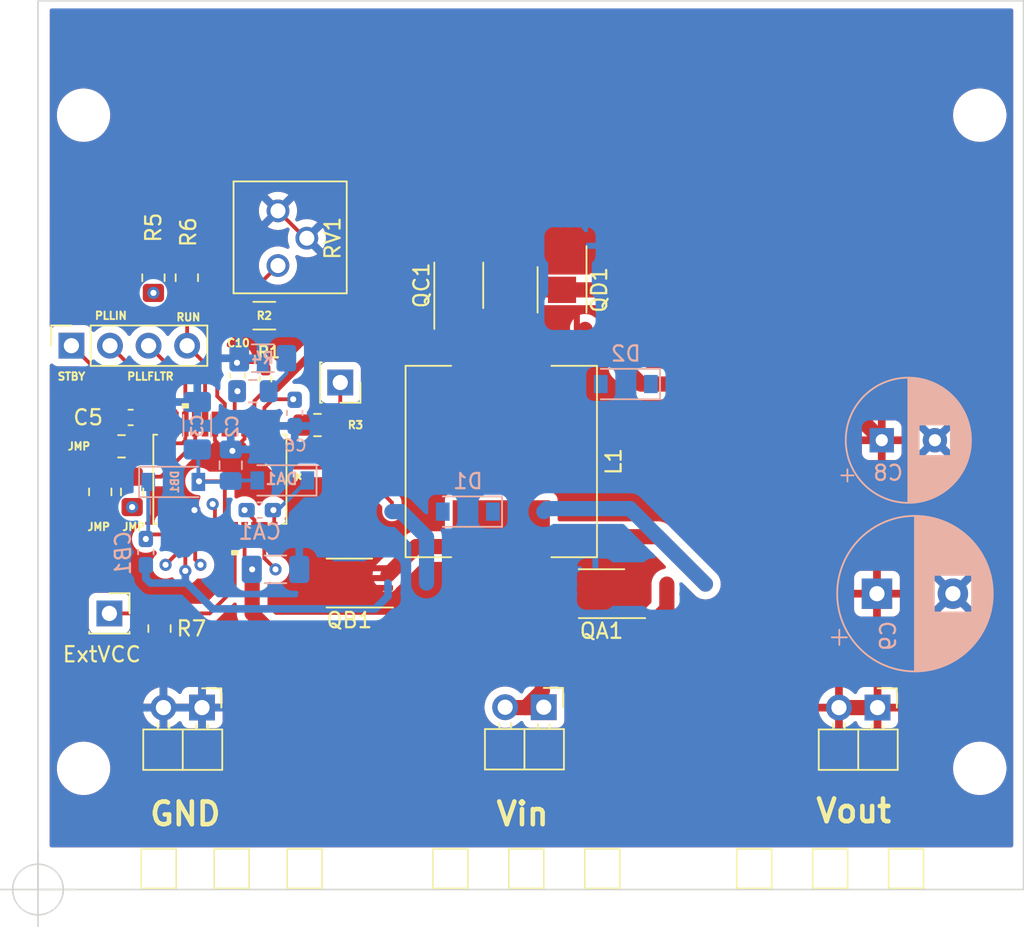
<source format=kicad_pcb>
(kicad_pcb (version 20211014) (generator pcbnew)
  (layers (0 "F.Cu" signal) (1 "In1.Cu" mixed) (2 "In2.Cu" mixed) (31 "B.Cu" signal) (34 "B.Paste" user) (35 "F.Paste" user) (36 "B.SilkS" user "B.Silkscreen") (37 "F.SilkS" user "F.Silkscreen") (38 "B.Mask" user) (39 "F.Mask" user) (44 "Edge.Cuts" user))
  (net 0 "")
  (net 1 "Vsense")
  (net 2 "Vout")
  (net 3 "FCB")
  (net 4 "Net-(C4-Pad2)")
  (net 5 "SENSE+")
  (net 6 "Vin")
  (net 7 "TG2")
  (net 8 "SW2")
  (net 9 "SW1")
  (net 10 "BG1")
  (net 11 "BG2")
  (net 12 "TG1")
  (net 13 "EPAD")
  (net 14 "SS")
  (net 15 "Ith")
  (net 16 "RUN")
  (net 17 "PGOOD")
  (net 18 "Net-(R3-Pad2)")
  (net 19 "EXTVCC")
  (net 20 "Boost2")
  (net 21 "INTVCC")
  (net 22 "PLLFLTR")
  (net 23 "Boost1")
  (net 24 "PLLIN")
  (net 25 "STBYMD")
  (footprint "Custom:PinHeader_1x02_P2.54mm_Horizontal" (layer "F.Cu") (at 115 113.5 -90)
    (fp_text reference "J3" hide)
    (fp_text value "GND")
    (pad "1" thru_hole rect (at 0 0 270) (size 1.7 1.7) (drill 1) (layers *.Cu *.Mask) (net 13 "EPAD"))
    (pad "2" thru_hole oval (at 0 2.54 270) (size 1.7 1.7) (drill 1) (layers *.Cu *.Mask) (net 13 "EPAD"))
  )
  (footprint "Resistor_SMD:R_0805_2012Metric_Pad1.20x1.40mm_HandSolder" (layer "F.Cu") (at 122.6 94.9 180)
    (fp_text reference "R3" (at -2.5 0) (layer "F.SilkS") (effects (font (size 0.5 0.5))))
    (fp_text value "Rpull" hide)
    (pad "1" smd roundrect (at -1 0 180) (size 1.2 1.4) (layers "F.Cu" "F.Paste" "F.Mask") (roundrect_rratio 0.208333) (net 17 "PGOOD"))
    (pad "2" smd roundrect (at 1 0 180) (size 1.2 1.4) (layers "F.Cu" "F.Paste" "F.Mask") (roundrect_rratio 0.208333) (net 18 "Net-(R3-Pad2)"))
  )
  (footprint "Resistor_SMD:R_0805_2012Metric_Pad1.20x1.40mm_HandSolder" (layer "F.Cu") (at 109.7 96.3)
    (fp_text reference "R8" hide)
    (fp_text value "JMP" hide)
    (fp_text user "JMP" (at -2.8 0 unlocked) (layer "F.SilkS") (effects (font (size 0.5 0.5))))
    (pad "1" smd roundrect (at -1 0) (size 1.2 1.4) (layers "F.Cu" "F.Paste" "F.Mask") (roundrect_rratio 0.208333) (net 13 "EPAD"))
    (pad "2" smd roundrect (at 1 0) (size 1.2 1.4) (layers "F.Cu" "F.Paste" "F.Mask") (roundrect_rratio 0.208333) (net 22 "PLLFLTR"))
  )
  (footprint "Custom:PinHeader_1x02_P2.54mm_Horizontal" (layer "F.Cu") (at 159.47 113.5 -90)
    (fp_text reference "J2" hide)
    (fp_text value "PwrOut")
    (pad "1" thru_hole rect (at 0 0 270) (size 1.7 1.7) (drill 1) (layers *.Cu *.Mask) (net 2 "Vout"))
    (pad "2" thru_hole oval (at 0 2.54 270) (size 1.7 1.7) (drill 1) (layers *.Cu *.Mask) (net 2 "Vout"))
  )
  (footprint "Capacitor_SMD:C_0603_1608Metric_Pad1.08x0.95mm_HandSolder" (layer "F.Cu") (at 117.33384 91.62055 90)
    (fp_text reference "C10" (at 2.12055 0.06616 180) (layer "F.SilkS") (effects (font (size 0.5 0.5) (thickness 0.125))))
    (fp_text value "47pF")
    (pad "1" smd roundrect (at -0.8625 0 90) (size 1.075 0.95) (layers "F.Cu" "F.Paste" "F.Mask") (net 15 "Ith"))
    (pad "2" smd roundrect (at 0.8625 0 90) (size 1.075 0.95) (layers "F.Cu" "F.Paste" "F.Mask") (net 13 "EPAD"))
  )
  (footprint "MountingHole:MountingHole_2.5mm" (layer "F.Cu") (at 166.2 74.5)
    (fp_text reference "H1" hide)
    (fp_text value "MountingHole" hide)
    (pad "" np_thru_hole circle (at 0 0) (size 2.5 2.5) (drill 2.5) (layers *.Cu *.Mask))
  )
  (footprint "Resistor_SMD:R_1206_3216Metric_Pad1.30x1.75mm_HandSolder" (layer "F.Cu") (at 119.1 87.7 180)
    (fp_text reference "R2" (at 0 0) (layer "F.SilkS") (effects (font (size 0.5 0.5) (thickness 0.125))))
    (fp_text value "105k" hide)
    (pad "1" smd roundrect (at -1.55 0 180) (size 1.3 1.75) (layers "F.Cu" "F.Paste" "F.Mask") (roundrect_rratio 0.192308) (net 2 "Vout"))
    (pad "2" smd roundrect (at 1.55 0 180) (size 1.3 1.75) (layers "F.Cu" "F.Paste" "F.Mask") (roundrect_rratio 0.192308) (net 1 "Vsense"))
  )
  (footprint "Package_SO:MSOP-8-1EP_3x3mm_P0.65mm_EP1.73x1.85mm" (layer "F.Cu") (at 138.7 86 -90)
    (fp_text reference "QD1" (at 0 -2.45 90) (layer "F.SilkS"))
    (fp_text value "RX3G07CGNC16")
    (pad "1" smd roundrect (at -2.1625 -0.975 270) (size 1.425 0.4) (layers "F.Cu" "F.Paste" "F.Mask") (net 12 "TG1"))
    (pad "2" smd roundrect (at -2.1625 -0.325 270) (size 1.425 0.4) (layers "F.Cu" "F.Paste" "F.Mask") (net 2 "Vout"))
    (pad "3" smd roundrect (at -2.1625 0.325 270) (size 1.425 0.4) (layers "F.Cu" "F.Paste" "F.Mask") (net 9 "SW1"))
    (pad "4" smd roundrect (at -2.1625 0.975 270) (size 1.425 0.4) (layers "F.Cu" "F.Paste" "F.Mask") (net 13 "EPAD"))
    (pad "5" smd roundrect (at 2.1625 0.975 270) (size 1.425 0.4) (layers "F.Cu" "F.Paste" "F.Mask"))
    (pad "6" smd roundrect (at 2.1625 0.325 270) (size 1.425 0.4) (layers "F.Cu" "F.Paste" "F.Mask"))
    (pad "7" smd roundrect (at 2.1625 -0.325 270) (size 1.425 0.4) (layers "F.Cu" "F.Paste" "F.Mask"))
    (pad "8" smd roundrect (at 2.1625 -0.975 270) (size 1.425 0.4) (layers "F.Cu" "F.Paste" "F.Mask"))
    (pad "9" smd rect (at 0 0 270) (size 1.73 1.85) (layers "F.Cu" "F.Mask"))
  )
  (footprint "Capacitor_SMD:C_0603_1608Metric_Pad1.08x0.95mm_HandSolder" (layer "F.Cu") (at 110.3 94.4 180)
    (fp_text reference "C5" (at 2.8 0) (layer "F.SilkS"))
    (fp_text value ".1uF" hide)
    (pad "1" smd roundrect (at -0.8625 0 180) (size 1.075 0.95) (layers "F.Cu" "F.Paste" "F.Mask") (net 25 "STBYMD"))
    (pad "2" smd roundrect (at 0.8625 0 180) (size 1.075 0.95) (layers "F.Cu" "F.Paste" "F.Mask") (net 13 "EPAD"))
  )
  (footprint "Imported:LTC3780IG-PBF" (layer "F.Cu") (at 116.17584 98.4678 -90)
    (fp_text reference "U1" hide)
    (fp_text value "LTC3780IG-PBF" hide)
    (fp_text user "*" (at -0.1678 -5.42416 90) (layer "F.SilkS"))
    (pad "1" smd rect (at -3.6322 -3.57632 270) (size 1.639799 0.431) (layers "F.Cu" "F.Paste" "F.Mask") (net 18 "Net-(R3-Pad2)"))
    (pad "2" smd rect (at -3.6322 -2.92608 270) (size 1.639799 0.431) (layers "F.Cu" "F.Paste" "F.Mask") (net 14 "SS"))
    (pad "3" smd rect (at -3.6322 -2.27584 270) (size 1.639799 0.431) (layers "F.Cu" "F.Paste" "F.Mask") (net 5 "SENSE+"))
    (pad "4" smd rect (at -3.6322 -1.6256 270) (size 1.639799 0.431) (layers "F.Cu" "F.Paste" "F.Mask") (net 13 "EPAD"))
    (pad "5" smd rect (at -3.6322 -0.97536 270) (size 1.639799 0.431) (layers "F.Cu" "F.Paste" "F.Mask") (net 15 "Ith"))
    (pad "6" smd rect (at -3.6322 -0.32512 270) (size 1.639799 0.431) (layers "F.Cu" "F.Paste" "F.Mask") (net 1 "Vsense"))
    (pad "7" smd rect (at -3.6322 0.32512 270) (size 1.639799 0.431) (layers "F.Cu" "F.Paste" "F.Mask") (net 13 "EPAD"))
    (pad "8" smd rect (at -3.6322 0.97536 270) (size 1.639799 0.431) (layers "F.Cu" "F.Paste" "F.Mask") (net 16 "RUN"))
    (pad "9" smd rect (at -3.6322 1.6256 270) (size 1.639799 0.431) (layers "F.Cu" "F.Paste" "F.Mask") (net 3 "FCB"))
    (pad "10" smd rect (at -3.6322 2.27584 270) (size 1.639799 0.431) (layers "F.Cu" "F.Paste" "F.Mask") (net 22 "PLLFLTR"))
    (pad "11" smd rect (at -3.6322 2.92608 270) (size 1.639799 0.431) (layers "F.Cu" "F.Paste" "F.Mask") (net 24 "PLLIN"))
    (pad "12" smd rect (at -3.6322 3.57632 270) (size 1.639799 0.431) (layers "F.Cu" "F.Paste" "F.Mask") (net 25 "STBYMD"))
    (pad "13" smd rect (at 3.6322 3.57632 270) (size 1.639799 0.431) (layers "F.Cu" "F.Paste" "F.Mask") (net 20 "Boost2"))
    (pad "14" smd rect (at 3.6322 2.92608 270) (size 1.639799 0.431) (layers "F.Cu" "F.Paste" "F.Mask") (net 7 "TG2"))
    (pad "15" smd rect (at 3.6322 2.27584 270) (size 1.639799 0.431) (layers "F.Cu" "F.Paste" "F.Mask") (net 8 "SW2"))
    (pad "16" smd rect (at 3.6322 1.6256 270) (size 1.639799 0.431) (layers "F.Cu" "F.Paste" "F.Mask") (net 11 "BG2"))
    (pad "17" smd rect (at 3.6322 0.97536 270) (size 1.639799 0.431) (layers "F.Cu" "F.Paste" "F.Mask") (net 13 "EPAD"))
    (pad "18" smd rect (at 3.6322 0.32512 270) (size 1.639799 0.431) (layers "F.Cu" "F.Paste" "F.Mask") (net 10 "BG1"))
    (pad "19" smd rect (at 3.6322 -0.32512 270) (size 1.639799 0.431) (layers "F.Cu" "F.Paste" "F.Mask") (net 21 "INTVCC"))
    (pad "20" smd rect (at 3.6322 -0.97536 270) (size 1.639799 0.431) (layers "F.Cu" "F.Paste" "F.Mask") (net 19 "EXTVCC"))
    (pad "21" smd rect (at 3.6322 -1.6256 270) (size 1.639799 0.431) (layers "F.Cu" "F.Paste" "F.Mask") (net 6 "Vin"))
    (pad "22" smd rect (at 3.6322 -2.27584 270) (size 1.639799 0.431) (layers "F.Cu" "F.Paste" "F.Mask") (net 9 "SW1"))
    (pad "23" smd rect (at 3.6322 -2.92608 270) (size 1.639799 0.431) (layers "F.Cu" "F.Paste" "F.Mask") (net 12 "TG1"))
    (pad "24" smd rect (at 3.6322 -3.57632 270) (size 1.639799 0.431) (layers "F.Cu" "F.Paste" "F.Mask") (net 23 "Boost1"))
  )
  (footprint "Resistor_SMD:R_0805_2012Metric_Pad1.20x1.40mm_HandSolder" (layer "F.Cu") (at 111.8 85.2 90)
    (fp_text reference "R5" (at 3.3 0 90) (layer "F.SilkS"))
    (fp_text value "??" hide)
    (pad "1" smd roundrect (at -1 0 90) (size 1.2 1.4) (layers "F.Cu" "F.Paste" "F.Mask") (roundrect_rratio 0.208333) (net 6 "Vin"))
    (pad "2" smd roundrect (at 1 0 90) (size 1.2 1.4) (layers "F.Cu" "F.Paste" "F.Mask") (roundrect_rratio 0.208333) (net 16 "RUN"))
  )
  (footprint "Connector_PinSocket_2.54mm:PinSocket_1x04_P2.54mm_Vertical" (layer "F.Cu") (at 106.4 89.675 90)
    (fp_text reference "J6" hide)
    (fp_text value "CtrlPins")
    (pad "1" thru_hole rect (at 0 0 90) (size 1.7 1.7) (drill 1) (layers *.Cu *.Mask) (net 25 "STBYMD"))
    (pad "2" thru_hole oval (at 0 2.54 90) (size 1.7 1.7) (drill 1) (layers *.Cu *.Mask) (net 24 "PLLIN"))
    (pad "3" thru_hole oval (at 0 5.08 90) (size 1.7 1.7) (drill 1) (layers *.Cu *.Mask) (net 22 "PLLFLTR"))
    (pad "4" thru_hole oval (at 0 7.62 90) (size 1.7 1.7) (drill 1) (layers *.Cu *.Mask) (net 16 "RUN"))
  )
  (footprint "MountingHole:MountingHole_2.5mm" (layer "F.Cu") (at 107.2 117.5)
    (fp_text reference "H4" hide)
    (fp_text value "MountingHole" hide)
    (pad "" np_thru_hole circle (at 0 0) (size 2.5 2.5) (drill 2.5) (layers *.Cu *.Mask))
  )
  (footprint "Potentiometer_Imported:CT-6EW" (layer "F.Cu") (at 120.6 82.6 -90)
    (fp_text reference "RV1" (at 0 -3 90) (layer "F.SilkS"))
    (fp_text value "~7.5K" hide)
    (pad "1" thru_hole circle (at 1.8 0.6 270) (size 1.4986 1.4986) (drill 0.9906) (layers *.Cu *.Mask) (net 1 "Vsense"))
    (pad "2" thru_hole circle (at 0 -1.3 270) (size 1.4986 1.4986) (drill 0.9906) (layers *.Cu *.Mask) (net 13 "EPAD"))
    (pad "3" thru_hole circle (at -1.8 0.6 270) (size 1.4986 1.4986) (drill 0.9906) (layers *.Cu *.Mask) (net 13 "EPAD"))
  )
  (footprint "MountingHole:MountingHole_2.5mm" (layer "F.Cu") (at 166.2 117.5)
    (fp_text reference "H3" hide)
    (fp_text value "MountingHole" hide)
    (pad "" np_thru_hole circle (at 0 0) (size 2.5 2.5) (drill 2.5) (layers *.Cu *.Mask))
  )
  (footprint "Inductor_Coilcraft:L_12x12mm_H8mm" (layer "F.Cu") (at 134.7 97.3 -90)
    (fp_text reference "L1" (at 0 -7.4 -90) (layer "F.SilkS"))
    (fp_text value "4.7uH")
    (pad "1" smd rect (at -4.35 -0.25 270) (size 4.9 6.4) (layers "F.Cu" "F.Paste" "F.Mask") (net 9 "SW1"))
    (pad "2" smd rect (at 4.95 0 270) (size 4.8 6.4) (layers "F.Cu" "F.Paste" "F.Mask") (net 8 "SW2"))
  )
  (footprint "Resistor_SMD:R_0805_2012Metric_Pad1.20x1.40mm_HandSolder" (layer "F.Cu") (at 114 85.2 90)
    (fp_text reference "R6" (at 3 0.1 90) (layer "F.SilkS"))
    (fp_text value "??" hide)
    (pad "1" smd roundrect (at -1 0 90) (size 1.2 1.4) (layers "F.Cu" "F.Paste" "F.Mask") (roundrect_rratio 0.208333) (net 16 "RUN"))
    (pad "2" smd roundrect (at 1 0 90) (size 1.2 1.4) (layers "F.Cu" "F.Paste" "F.Mask") (roundrect_rratio 0.208333) (net 13 "EPAD"))
  )
  (footprint "Connector_PinSocket_2.54mm:PinSocket_1x01_P2.54mm_Vertical" (layer "F.Cu") (at 108.9 107.3)
    (fp_text reference "ExtVCC" (at -0.5 2.7) (layer "F.SilkS"))
    (fp_text value "ExtVCC")
    (pad "1" thru_hole rect (at 0 0) (size 1.7 1.7) (drill 1) (layers *.Cu *.Mask) (net 19 "EXTVCC"))
  )
  (footprint "Resistor_SMD:R_0805_2012Metric_Pad1.20x1.40mm_HandSolder" (layer "F.Cu") (at 108.3 99.3 90)
    (fp_text reference "R9" hide)
    (fp_text value "JMP" (at -2.3 2.2) (layer "F.SilkS") (effects (font (size 0.5 0.5))))
    (pad "1" smd roundrect (at -1 0 90) (size 1.2 1.4) (layers "F.Cu" "F.Paste" "F.Mask") (roundrect_rratio 0.208333) (net 13 "EPAD"))
    (pad "2" smd roundrect (at 1 0 90) (size 1.2 1.4) (layers "F.Cu" "F.Paste" "F.Mask") (roundrect_rratio 0.208333) (net 3 "FCB"))
  )
  (footprint "Package_SO:MSOP-8-1EP_3x3mm_P0.65mm_EP1.73x1.85mm" (layer "F.Cu") (at 141.3 106 180)
    (fp_text reference "QA1" (at 0 -2.45) (layer "F.SilkS"))
    (fp_text value "RX3G07CGNC16")
    (pad "1" smd roundrect (at -2.1625 -0.975 180) (size 1.425 0.4) (layers "F.Cu" "F.Paste" "F.Mask") (net 7 "TG2"))
    (pad "2" smd roundrect (at -2.1625 -0.325 180) (size 1.425 0.4) (layers "F.Cu" "F.Paste" "F.Mask") (net 6 "Vin"))
    (pad "3" smd roundrect (at -2.1625 0.325 180) (size 1.425 0.4) (layers "F.Cu" "F.Paste" "F.Mask") (net 8 "SW2"))
    (pad "4" smd roundrect (at -2.1625 0.975 180) (size 1.425 0.4) (layers "F.Cu" "F.Paste" "F.Mask") (net 13 "EPAD"))
    (pad "5" smd roundrect (at 2.1625 0.975 180) (size 1.425 0.4) (layers "F.Cu" "F.Paste" "F.Mask"))
    (pad "6" smd roundrect (at 2.1625 0.325 180) (size 1.425 0.4) (layers "F.Cu" "F.Paste" "F.Mask"))
    (pad "7" smd roundrect (at 2.1625 -0.325 180) (size 1.425 0.4) (layers "F.Cu" "F.Paste" "F.Mask"))
    (pad "8" smd roundrect (at 2.1625 -0.975 180) (size 1.425 0.4) (layers "F.Cu" "F.Paste" "F.Mask"))
    (pad "9" smd rect (at 0 0 180) (size 1.73 1.85) (layers "F.Cu" "F.Mask"))
  )
  (footprint "Resistor_SMD:R_0805_2012Metric_Pad1.20x1.40mm_HandSolder" (layer "F.Cu") (at 112.2 108.3 90)
    (fp_text reference "R7" (at 0 2.1 180) (layer "F.SilkS"))
    (fp_text value "JMP")
    (pad "1" smd roundrect (at -1 0 90) (size 1.2 1.4) (layers "F.Cu" "F.Paste" "F.Mask") (roundrect_rratio 0.208333) (net 13 "EPAD"))
    (pad "2" smd roundrect (at 1 0 90) (size 1.2 1.4) (layers "F.Cu" "F.Paste" "F.Mask") (roundrect_rratio 0.208333) (net 19 "EXTVCC"))
  )
  (footprint "Custom:PinHeader_1x02_P2.54mm_Horizontal" (layer "F.Cu") (at 137.495 113.475 -90)
    (fp_text reference "J1" hide)
    (fp_text value "PwrIn")
    (pad "1" thru_hole rect (at 0 0 270) (size 1.7 1.7) (drill 1) (layers *.Cu *.Mask) (net 6 "Vin"))
    (pad "2" thru_hole oval (at 0 2.54 270) (size 1.7 1.7) (drill 1) (layers *.Cu *.Mask) (net 6 "Vin"))
  )
  (footprint "Connector_PinSocket_2.54mm:PinSocket_1x01_P2.54mm_Vertical" (layer "F.Cu") (at 124.1 92.1 -90)
    (fp_text reference "J4" hide)
    (fp_text value "PGood")
    (pad "1" thru_hole rect (at 0 0 270) (size 1.7 1.7) (drill 1) (layers *.Cu *.Mask) (net 17 "PGOOD"))
  )
  (footprint "Resistor_SMD:R_0402_1005Metric_Pad0.72x0.64mm_HandSolder" (layer "F.Cu") (at 119.18384 91.87055 90)
    (fp_text reference "R1" (at 1.77055 0.21616 180) (layer "F.SilkS") (effects (font (size 0.75 0.75))))
    (fp_text value "10mOhm" hide)
    (pad "1" smd roundrect (at -0.5975 0 90) (size 0.715 0.64) (layers "F.Cu" "F.Paste" "F.Mask") (net 5 "SENSE+"))
    (pad "2" smd roundrect (at 0.5975 0 90) (size 0.715 0.64) (layers "F.Cu" "F.Paste" "F.Mask") (net 13 "EPAD"))
  )
  (footprint "Package_SO:MSOP-8-1EP_3x3mm_P0.65mm_EP1.73x1.85mm" (layer "F.Cu") (at 131.9 85.7 90)
    (fp_text reference "QC1" (at 0 -2.45 90) (layer "F.SilkS"))
    (fp_text value "RX3G07CGNC16")
    (pad "1" smd roundrect (at -2.1625 -0.975 90) (size 1.425 0.4) (layers "F.Cu" "F.Paste" "F.Mask") (net 10 "BG1"))
    (pad "2" smd roundrect (at -2.1625 -0.325 90) (size 1.425 0.4) (layers "F.Cu" "F.Paste" "F.Mask") (net 9 "SW1"))
    (pad "3" smd roundrect (at -2.1625 0.325 90) (size 1.425 0.4) (layers "F.Cu" "F.Paste" "F.Mask") (net 5 "SENSE+"))
    (pad "4" smd roundrect (at -2.1625 0.975 90) (size 1.425 0.4) (layers "F.Cu" "F.Paste" "F.Mask") (net 13 "EPAD"))
    (pad "5" smd roundrect (at 2.1625 0.975 90) (size 1.425 0.4) (layers "F.Cu" "F.Paste" "F.Mask"))
    (pad "6" smd roundrect (at 2.1625 0.325 90) (size 1.425 0.4) (layers "F.Cu" "F.Paste" "F.Mask"))
    (pad "7" smd roundrect (at 2.1625 -0.325 90) (size 1.425 0.4) (layers "F.Cu" "F.Paste" "F.Mask"))
    (pad "8" smd roundrect (at 2.1625 -0.975 90) (size 1.425 0.4) (layers "F.Cu" "F.Paste" "F.Mask"))
    (pad "9" smd rect (at 0 0 90) (size 1.73 1.85) (layers "F.Cu" "F.Mask"))
  )
  (footprint "MountingHole:MountingHole_2.5mm" (layer "F.Cu") (at 107.2 74.5)
    (fp_text reference "H2" hide)
    (fp_text value "MountingHole" hide)
    (pad "" np_thru_hole circle (at 0 0) (size 2.5 2.5) (drill 2.5) (layers *.Cu *.Mask))
  )
  (footprint "Resistor_SMD:R_0805_2012Metric_Pad1.20x1.40mm_HandSolder" (layer "F.Cu") (at 110.4 99.3 90)
    (fp_text reference "R10" hide)
    (fp_text value "JMP" (at -2.3 -2.2) (layer "F.SilkS") (effects (font (size 0.5 0.5))))
    (pad "1" smd roundrect (at -1 0 90) (size 1.2 1.4) (layers "F.Cu" "F.Paste" "F.Mask") (roundrect_rratio 0.208333) (net 21 "INTVCC"))
    (pad "2" smd roundrect (at 1 0 90) (size 1.2 1.4) (layers "F.Cu" "F.Paste" "F.Mask") (roundrect_rratio 0.208333) (net 3 "FCB"))
  )
  (footprint "Package_SO:MSOP-8-1EP_3x3mm_P0.65mm_EP1.73x1.85mm" (layer "F.Cu") (at 124.7 105.3 180)
    (fp_text reference "QB1" (at 0 -2.45) (layer "F.SilkS"))
    (fp_text value "RX3G07CGNC16")
    (pad "1" smd roundrect (at -2.1625 -0.975 180) (size 1.425 0.4) (layers "F.Cu" "F.Paste" "F.Mask") (net 11 "BG2"))
    (pad "2" smd roundrect (at -2.1625 -0.325 180) (size 1.425 0.4) (layers "F.Cu" "F.Paste" "F.Mask") (net 8 "SW2"))
    (pad "3" smd roundrect (at -2.1625 0.325 180) (size 1.425 0.4) (layers "F.Cu" "F.Paste" "F.Mask") (net 5 "SENSE+"))
    (pad "4" smd roundrect (at -2.1625 0.975 180) (size 1.425 0.4) (layers "F.Cu" "F.Paste" "F.Mask") (net 13 "EPAD"))
    (pad "5" smd roundrect (at 2.1625 0.975 180) (size 1.425 0.4) (layers "F.Cu" "F.Paste" "F.Mask"))
    (pad "6" smd roundrect (at 2.1625 0.325 180) (size 1.425 0.4) (layers "F.Cu" "F.Paste" "F.Mask"))
    (pad "7" smd roundrect (at 2.1625 -0.325 180) (size 1.425 0.4) (layers "F.Cu" "F.Paste" "F.Mask"))
    (pad "8" smd roundrect (at 2.1625 -0.975 180) (size 1.425 0.4) (layers "F.Cu" "F.Paste" "F.Mask"))
    (pad "9" smd rect (at 0 0 180) (size 1.73 1.85) (layers "F.Cu" "F.Mask"))
  )
  (footprint "Capacitor_SMD:C_1206_3216Metric_Pad1.33x1.80mm_HandSolder" (layer "B.Cu") (at 114.68834 94.94505 90)
    (fp_text reference "C3" (at 0 0 90) (layer "B.SilkS") (effects (font (size 0.75 0.75)) (justify mirror)))
    (fp_text value "1uF" hide)
    (pad "1" smd roundrect (at -1.5625 0 90) (size 1.325 1.8) (layers "B.Cu" "B.Paste" "B.Mask") (roundrect_rratio 0.1886792453) (net 21 "INTVCC"))
    (pad "2" smd roundrect (at 1.5625 0 90) (size 1.325 1.8) (layers "B.Cu" "B.Paste" "B.Mask") (roundrect_rratio 0.1886792453) (net 13 "EPAD"))
  )
  (footprint "Diode_SMD:D_SOD-123" (layer "B.Cu") (at 120.28834 98.54505 180)
    (fp_text reference "DA1" (at 0.05 0.1) (layer "B.SilkS") (effects (font (size 0.75 0.75)) (justify mirror)))
    (fp_text value "MBR0540L" hide)
    (pad "1" smd rect (at -1.65 0 180) (size 0.9 1.2) (layers "B.Cu" "B.Paste" "B.Mask") (net 23 "Boost1"))
    (pad "2" smd rect (at 1.65 0 180) (size 0.9 1.2) (layers "B.Cu" "B.Paste" "B.Mask") (net 21 "INTVCC"))
  )
  (footprint "Capacitor_THT:CP_Radial_D8.0mm_P3.50mm" (layer "B.Cu") (at 159.747349 95.9)
    (fp_text reference "C8" (at 0.422651 2.15) (layer "B.SilkS") (effects (justify mirror)))
    (fp_text value "100uF" hide)
    (pad "1" thru_hole rect (at 0 0) (size 1.6 1.6) (drill 0.8) (layers *.Cu *.Mask) (net 2 "Vout"))
    (pad "2" thru_hole circle (at 3.5 0) (size 1.6 1.6) (drill 0.8) (layers *.Cu *.Mask) (net 13 "EPAD"))
  )
  (footprint "Diode_SMD:D_SOD-123" (layer "B.Cu") (at 132.5 100.6 180)
    (fp_text reference "D1" (at 0 2) (layer "B.SilkS") (effects (justify mirror)))
    (fp_text value "SS34-E3")
    (pad "1" smd rect (at -1.65 0 180) (size 0.9 1.2) (layers "B.Cu" "B.Paste" "B.Mask") (net 8 "SW2"))
    (pad "2" smd rect (at 1.65 0 180) (size 0.9 1.2) (layers "B.Cu" "B.Paste" "B.Mask") (net 5 "SENSE+"))
  )
  (footprint "Resistor_SMD:R_1206_3216Metric_Pad1.30x1.75mm_HandSolder" (layer "B.Cu") (at 119 90.5)
    (fp_text reference "R4" (at 0 -0.004849) (layer "B.SilkS") (effects (font (size 0.75 0.75)) (justify mirror)))
    (fp_text value "20k" hide)
    (pad "1" smd roundrect (at -1.55 0) (size 1.3 1.75) (layers "B.Cu" "B.Paste" "B.Mask") (roundrect_rratio 0.192308) (net 13 "EPAD"))
    (pad "2" smd roundrect (at 1.55 0) (size 1.3 1.75) (layers "B.Cu" "B.Paste" "B.Mask") (roundrect_rratio 0.192308) (net 4 "Net-(C4-Pad2)"))
  )
  (footprint "Capacitor_SMD:C_0603_1608Metric_Pad1.08x0.95mm_HandSolder" (layer "B.Cu") (at 118.8 100.5)
    (fp_text reference "CA1" (at 0 1.43) (layer "B.SilkS") (effects (justify mirror)))
    (fp_text value ".1uF" hide)
    (pad "1" smd roundrect (at -0.8625 0) (size 1.075 0.95) (layers "B.Cu" "B.Paste" "B.Mask") (net 9 "SW1"))
    (pad "2" smd roundrect (at 0.8625 0) (size 1.075 0.95) (layers "B.Cu" "B.Paste" "B.Mask") (net 23 "Boost1"))
  )
  (footprint "Capacitor_THT:CP_Radial_D10.0mm_P5.00mm" (layer "B.Cu") (at 159.432323 106)
    (fp_text reference "C9" (at 0.735677 2.77 90) (layer "B.SilkS") (effects (justify mirror)))
    (fp_text value "330uF" hide)
    (pad "1" thru_hole rect (at 0 0) (size 2 2) (drill 1) (layers *.Cu *.Mask) (net 2 "Vout"))
    (pad "2" thru_hole circle (at 5 0) (size 2 2) (drill 1) (layers *.Cu *.Mask) (net 13 "EPAD"))
  )
  (footprint "Capacitor_SMD:C_0805_2012Metric_Pad1.18x1.45mm_HandSolder" (layer "B.Cu") (at 118.34634 92.67055)
    (fp_text reference "C4" hide)
    (fp_text value "2200pF" hide)
    (pad "1" smd roundrect (at -1.0375 0) (size 1.175 1.45) (layers "B.Cu" "B.Paste" "B.Mask") (roundrect_rratio 0.2127659574) (net 15 "Ith"))
    (pad "2" smd roundrect (at 1.0375 0) (size 1.175 1.45) (layers "B.Cu" "B.Paste" "B.Mask") (roundrect_rratio 0.2127659574) (net 4 "Net-(C4-Pad2)"))
  )
  (footprint "Diode_SMD:D_SOD-123" (layer "B.Cu") (at 142.9 92.2 180)
    (fp_text reference "D2" (at 0 2) (layer "B.SilkS") (effects (justify mirror)))
    (fp_text value "SS32-E3")
    (pad "1" smd rect (at -1.65 0 180) (size 0.9 1.2) (layers "B.Cu" "B.Paste" "B.Mask") (net 2 "Vout"))
    (pad "2" smd rect (at 1.65 0 180) (size 0.9 1.2) (layers "B.Cu" "B.Paste" "B.Mask") (net 9 "SW1"))
  )
  (footprint "Capacitor_SMD:C_1206_3216Metric_Pad1.33x1.80mm_HandSolder" (layer "B.Cu") (at 119.8375 104.4)
    (fp_text reference "C1" hide)
    (fp_text value "22uF" hide)
    (pad "1" smd roundrect (at -1.5625 0) (size 1.325 1.8) (layers "B.Cu" "B.Paste" "B.Mask") (roundrect_rratio 0.1886792453) (net 6 "Vin"))
    (pad "2" smd roundrect (at 1.5625 0) (size 1.325 1.8) (layers "B.Cu" "B.Paste" "B.Mask") (roundrect_rratio 0.1886792453) (net 13 "EPAD"))
  )
  (footprint "Capacitor_SMD:C_0805_2012Metric_Pad1.18x1.45mm_HandSolder" (layer "B.Cu") (at 116.88834 97.54505 90)
    (fp_text reference "C2" (at 2.55 0.1 90) (layer "B.SilkS") (effects (font (size 0.75 0.75)) (justify mirror)))
    (fp_text value "4.7uF" hide)
    (pad "1" smd roundrect (at -1.0375 0 90) (size 1.175 1.45) (layers "B.Cu" "B.Paste" "B.Mask") (roundrect_rratio 0.2127659574) (net 21 "INTVCC"))
    (pad "2" smd roundrect (at 1.0375 0 90) (size 1.175 1.45) (layers "B.Cu" "B.Paste" "B.Mask") (roundrect_rratio 0.2127659574) (net 13 "EPAD"))
  )
  (footprint "Capacitor_SMD:C_0603_1608Metric_Pad1.08x0.95mm_HandSolder" (layer "B.Cu") (at 111.3 103.2625 90)
    (fp_text reference "CB1" (at -0.0375 -1.5 90) (layer "B.SilkS") (effects (font (thickness 0.15) italic) (justify mirror)))
    (fp_text value ".1uF" hide)
    (pad "1" smd roundrect (at -0.8625 0 90) (size 1.075 0.95) (layers "B.Cu" "B.Paste" "B.Mask") (net 8 "SW2"))
    (pad "2" smd roundrect (at 0.8625 0 90) (size 1.075 0.95) (layers "B.Cu" "B.Paste" "B.Mask") (net 20 "Boost2"))
  )
  (footprint "Capacitor_SMD:C_0603_1608Metric_Pad1.08x0.95mm_HandSolder" (layer "B.Cu") (at 121.10192 94.1 -90)
    (fp_text reference "C6" (at 2.15 -0.05) (layer "B.SilkS") (effects (font (size 0.75 0.75) (thickness 0.125)) (justify mirror)))
    (fp_text value ".1uF" hide)
    (pad "1" smd roundrect (at -0.8625 0 270) (size 1.075 0.95) (layers "B.Cu" "B.Paste" "B.Mask") (net 14 "SS"))
    (pad "2" smd roundrect (at 0.8625 0 270) (size 1.075 0.95) (layers "B.Cu" "B.Paste" "B.Mask") (net 13 "EPAD"))
  )
  (footprint "Diode_SMD:D_SOD-123" (layer "B.Cu") (at 113.10834 98.64505)
    (fp_text reference "DB1" (at 0.1 0 90) (layer "B.SilkS") (effects (font (size 0.5 0.5) (thickness 0.125)) (justify mirror)))
    (fp_text value "MBR0540L" hide)
    (pad "1" smd rect (at -1.65 0) (size 0.9 1.2) (layers "B.Cu" "B.Paste" "B.Mask") (net 20 "Boost2"))
    (pad "2" smd rect (at 1.65 0) (size 0.9 1.2) (layers "B.Cu" "B.Paste" "B.Mask") (net 21 "INTVCC"))
  )
  (gr_rect (start 155.2 122.8) (end 157.5 125.4) (layer "F.SilkS") (width 0.1) (fill none))
  (gr_rect (start 140.2 122.8) (end 142.5 125.4) (layer "F.SilkS") (width 0.1) (fill none))
  (gr_rect (start 111 122.8) (end 113.3 125.4) (layer "F.SilkS") (width 0.1) (fill none))
  (gr_rect (start 135.2 122.8) (end 137.5 125.4) (layer "F.SilkS") (width 0.1) (fill none))
  (gr_rect (start 160.2 122.8) (end 162.5 125.4) (layer "F.SilkS") (width 0.1) (fill none))
  (gr_rect (start 150.2 122.8) (end 152.5 125.4) (layer "F.SilkS") (width 0.1) (fill none))
  (gr_rect (start 115.8 122.8) (end 118.1 125.4) (layer "F.SilkS") (width 0.1) (fill none))
  (gr_rect (start 130.2 122.8) (end 132.5 125.4) (layer "F.SilkS") (width 0.1) (fill none))
  (gr_rect (start 120.6 122.8) (end 122.9 125.4) (layer "F.SilkS") (width 0.1) (fill none))
  (gr_rect (start 104.2 66.968) (end 169.078 125.476) (layer "Edge.Cuts") (width 0.1) (fill none))
  (gr_text "Vout" (at 157.9 120.3) (layer "F.SilkS") (effects (font (size 1.5 1.5) (thickness 0.3))))
  (gr_text "PLLIN" (at 109 87.7) (layer "F.SilkS") (effects (font (size 0.5 0.5) (thickness 0.125))))
  (gr_text "RUN" (at 114.1 87.8) (layer "F.SilkS") (effects (font (size 0.5 0.5) (thickness 0.125))))
  (gr_text "STBY" (at 106.4 91.7) (layer "F.SilkS") (effects (font (size 0.5 0.5) (thickness 0.125))))
  (gr_text "GND" (at 113.9 120.5) (layer "F.SilkS") (effects (font (size 1.5 1.5) (thickness 0.3))))
  (gr_text "PLLFLTR" (at 111.6 91.7) (layer "F.SilkS") (effects (font (size 0.5 0.5) (thickness 0.125))))
  (gr_text "Vin" (at 136.1 120.5) (layer "F.SilkS") (effects (font (size 1.5 1.5) (thickness 0.3))))
  (target plus (at 104.2 125.476) (size 5) (width 0.1) (layer "Edge.Cuts"))
  (segment (start 117.55 87.7) (end 117.55 86.85) (width 0.25) (layer "F.Cu") (net 1))
  (segment (start 117.55 86.85) (end 120 84.4) (width 0.25) (layer "F.Cu") (net 1))
  (segment (start 116 89.25) (end 117.6 87.65) (width 0.25) (layer "F.Cu") (net 1))
  (segment (start 116 93) (end 116 89.25) (width 0.25) (layer "F.Cu") (net 1))
  (segment (start 116.50096 93.50096) (end 116 93) (width 0.25) (layer "F.Cu") (net 1))
  (segment (start 116.50096 94.8356) (end 116.50096 93.50096) (width 0.25) (layer "F.Cu") (net 1))
  (segment (start 156.93 113.5) (end 159.47 113.5) (width 1) (layer "F.Cu") (net 2))
  (segment (start 142.76 88.6) (end 142.76 87.36) (width 1) (layer "F.Cu") (net 2))
  (segment (start 143.9 92.2) (end 147.9 92.2) (width 1) (layer "F.Cu") (net 2))
  (segment (start 122.35 86) (end 120.65 87.7) (width 1) (layer "F.Cu") (net 2))
  (segment (start 142.76 88.6) (end 142.76 91.06) (width 1) (layer "F.Cu") (net 2))
  (segment (start 156.047349 92.2) (end 147.9 92.2) (width 1) (layer "F.Cu") (net 2))
  (segment (start 142.76 87.36) (end 141.4 86) (width 1) (layer "F.Cu") (net 2))
  (segment (start 142.76 91.06) (end 143.9 92.2) (width 1) (layer "F.Cu") (net 2))
  (segment (start 141.4 86) (end 122.35 86) (width 1) (layer "F.Cu") (net 2))
  (segment (start 156.047349 92.2) (end 159.747349 95.9) (width 1) (layer "F.Cu") (net 2))
  (segment (start 114.55024 96.04976) (end 114.55024 94.8356) (width 0.25) (layer "F.Cu") (net 3))
  (segment (start 112.3 98.3) (end 114.55024 96.04976) (width 0.25) (layer "F.Cu") (net 3))
  (segment (start 110.4 98.3) (end 112.3 98.3) (width 0.25) (layer "F.Cu") (net 3))
  (segment (start 108.3 98.3) (end 110.4 98.3) (width 0.25) (layer "F.Cu") (net 3))
  (segment (start 120.55 90.5) (end 120.55 91.50439) (width 0.25) (layer "B.Cu") (net 4))
  (segment (start 120.55 91.50439) (end 119.38384 92.67055) (width 0.25) (layer "B.Cu") (net 4))
  (segment (start 125.2 97.7) (end 120.281899 97.7) (width 0.25) (layer "F.Cu") (net 5))
  (segment (start 127.5 100) (end 127.5 100.6) (width 0.25) (layer "F.Cu") (net 5))
  (segment (start 125.2 97.7) (end 127.5 100) (width 0.25) (layer "F.Cu") (net 5))
  (segment (start 118.45168 95.869781) (end 118.45168 94.8356) (width 0.25) (layer "F.Cu") (net 5))
  (segment (start 119.18384 92.46805) (end 119.93195 92.46805) (width 0.5) (layer "F.Cu") (net 5))
  (segment (start 129.32 88.6) (end 123.8 88.6) (width 0.5) (layer "F.Cu") (net 5))
  (segment (start 120.281899 97.7) (end 118.45168 95.869781) (width 0.25) (layer "F.Cu") (net 5))
  (segment (start 118.45168 94.8356) (end 118.45168 93.306324) (width 0.25) (layer "F.Cu") (net 5))
  (segment (start 119.93195 92.46805) (end 123.8 88.6) (width 0.5) (layer "F.Cu") (net 5))
  (segment (start 118.45168 93.306324) (end 119.18384 92.574164) (width 0.25) (layer "F.Cu") (net 5))
  (segment (start 128.1 100.6) (end 127.5 100.6) (width 1) (layer "B.Cu") (net 5))
  (segment (start 129.78 102.28) (end 128.1 100.6) (width 1) (layer "B.Cu") (net 5))
  (segment (start 129.78 102.28) (end 129.78 105.3) (width 1) (layer "B.Cu") (net 5))
  (segment (start 144.2 108.4) (end 145.6 107) (width 1) (layer "F.Cu") (net 6))
  (segment (start 137.4 112.4) (end 136.3 113.5) (width 1) (layer "F.Cu") (net 6))
  (segment (start 118.3 104.4) (end 118.3 107.3) (width 1) (layer "F.Cu") (net 6))
  (segment (start 137.4 109.8) (end 138.8 108.4) (width 1) (layer "F.Cu") (net 6))
  (segment (start 139 108.4) (end 144.2 108.4) (width 1) (layer "F.Cu") (net 6))
  (segment (start 117.80144 103.90144) (end 118.3 104.4) (width 0.25) (layer "F.Cu") (net 6))
  (segment (start 119.4 108.4) (end 139 108.4) (width 1) (layer "F.Cu") (net 6))
  (segment (start 136.3 113.5) (end 137.47 113.5) (width 1) (layer "F.Cu") (net 6))
  (segment (start 137.4 109.8) (end 137.4 112.4) (width 1) (layer "F.Cu") (net 6))
  (segment (start 117.80144 102.1) (end 117.80144 103.90144) (width 0.25) (layer "F.Cu") (net 6))
  (segment (start 145.6 107) (end 145.6 105.37) (width 1) (layer "F.Cu") (net 6))
  (segment (start 134.93 113.5) (end 136.3 113.5) (width 1) (layer "F.Cu") (net 6))
  (segment (start 138.8 108.4) (end 139 108.4) (width 0.25) (layer "F.Cu") (net 6))
  (segment (start 118.3 107.3) (end 119.4 108.4) (width 1) (layer "F.Cu") (net 6))
  (via (at 118.3 104.4) (size 0.8) (drill 0.4) (layers "F.Cu" "B.Cu") (net 6))
  (via (at 111.8 86.2) (size 0.8) (drill 0.4) (layers "F.Cu" "B.Cu") (net 6))
  (segment (start 113.24976 103.45024) (end 112.6 104.1) (width 0.25) (layer "F.Cu") (net 7))
  (segment (start 113.24976 102.1) (end 113.24976 103.45024) (width 0.25) (layer "F.Cu") (net 7))
  (via (at 112.6 104.1) (size 0.8) (drill 0.4) (layers "F.Cu" "B.Cu") (net 7))
  (segment (start 145.02 102.25) (end 148.14 105.37) (width 1) (layer "F.Cu") (net 8))
  (segment (start 113.9 102.1) (end 113.9 104.5) (width 0.25) (layer "F.Cu") (net 8))
  (segment (start 134.7 102.25) (end 136.05 102.25) (width 0.25) (layer "F.Cu") (net 8))
  (segment (start 127.24 105.3) (end 127.24 104.76) (width 0.25) (layer "F.Cu") (net 8))
  (segment (start 136.05 102.25) (end 137.1 101.2) (width 0.25) (layer "F.Cu") (net 8))
  (segment (start 134.7 102.25) (end 145.02 102.25) (width 1) (layer "F.Cu") (net 8))
  (segment (start 127.24 104.76) (end 129.1 102.9) (width 1) (layer "F.Cu") (net 8))
  (segment (start 129.1 102.9) (end 134.05 102.9) (width 1) (layer "F.Cu") (net 8))
  (segment (start 137.1 101.2) (end 137.9 100.4) (width 0.25) (layer "F.Cu") (net 8))
  (segment (start 134.05 102.9) (end 134.7 102.25) (width 1) (layer "F.Cu") (net 8))
  (via (at 113.9 104.5) (size 0.8) (drill 0.4) (layers "F.Cu" "B.Cu") (net 8))
  (segment (start 143.17 100.4) (end 137.7 100.4) (width 1) (layer "B.Cu") (net 8))
  (segment (start 111.6 105.3) (end 114 105.3) (width 0.5) (layer "B.Cu") (net 8))
  (segment (start 126.4 107) (end 127.24 106.16) (width 0.5) (layer "B.Cu") (net 8))
  (segment (start 111.3 105) (end 111.6 105.3) (width 0.5) (layer "B.Cu") (net 8))
  (segment (start 115.7 107) (end 126.4 107) (width 0.5) (layer "B.Cu") (net 8))
  (segment (start 113.9 104.5) (end 113.9 105.2) (width 0.5) (layer "B.Cu") (net 8))
  (segment (start 111.3 104.125) (end 111.3 105) (width 0.5) (layer "B.Cu") (net 8))
  (segment (start 114 105.3) (end 115.7 107) (width 0.5) (layer "B.Cu") (net 8))
  (segment (start 113.9 105.2) (end 114 105.3) (width 0.5) (layer "B.Cu") (net 8))
  (segment (start 143.17 100.4) (end 148.14 105.37) (width 1) (layer "B.Cu") (net 8))
  (segment (start 127.24 106.16) (end 127.24 105.3) (width 0.5) (layer "B.Cu") (net 8))
  (segment (start 137.7 100.4) (end 137.5 100.6) (width 1) (layer "B.Cu") (net 8))
  (segment (start 137.9 92.2) (end 140.22 89.88) (width 1) (layer "F.Cu") (net 9))
  (segment (start 137.75 92.35) (end 137.9 92.2) (width 0.25) (layer "F.Cu") (net 9))
  (segment (start 131.86 88.6) (end 131.86 89.51) (width 1) (layer "F.Cu") (net 9))
  (segment (start 134.7 92.35) (end 137.75 92.35) (width 0.25) (layer "F.Cu") (net 9))
  (segment (start 140.22 89.88) (end 140.22 88.6) (width 1) (layer "F.Cu") (net 9))
  (segment (start 118.45168 102.1) (end 118.45168 101.15168) (width 0.25) (layer "F.Cu") (net 9))
  (segment (start 131.86 89.51) (end 134.7 92.35) (width 1) (layer "F.Cu") (net 9))
  (segment (start 118.45168 101.15168) (end 117.8 100.5) (width 0.25) (layer "F.Cu") (net 9))
  (via (at 117.8 100.5) (size 0.8) (drill 0.4) (layers "F.Cu" "B.Cu") (net 9))
  (segment (start 115.7 100.1) (end 115.85072 100.25072) (width 0.25) (layer "F.Cu") (net 10))
  (segment (start 115.85072 100.25072) (end 115.85072 102.1) (width 0.25) (layer "F.Cu") (net 10))
  (via (at 115.7 100.1) (size 0.8) (drill 0.4) (layers "F.Cu" "B.Cu") (net 10))
  (segment (start 114.55024 102.1) (end 114.55024 103.75024) (width 0.25) (layer "F.Cu") (net 11))
  (segment (start 114.55024 103.75024) (end 114.9 104.1) (width 0.25) (layer "F.Cu") (net 11))
  (via (at 114.9 104.1) (size 0.8) (drill 0.4) (layers "F.Cu" "B.Cu") (net 11))
  (segment (start 119.10192 102.1) (end 119.10192 103.66442) (width 0.25) (layer "F.Cu") (net 12))
  (segment (start 119.10192 103.66442) (end 119.8375 104.4) (width 0.25) (layer "F.Cu") (net 12))
  (via (at 119.8375 104.4) (size 0.8) (drill 0.4) (layers "F.Cu" "B.Cu") (net 12))
  (segment (start 121.8 82.6) (end 121.9 82.6) (width 0.25) (layer "F.Cu") (net 13))
  (segment (start 120 80.8) (end 121.8 82.6) (width 0.25) (layer "F.Cu") (net 13))
  (segment (start 118.66884 90.75805) (end 119.18384 91.27305) (width 0.25) (layer "F.Cu") (net 13))
  (segment (start 117.80144 94.8356) (end 117.80144 95.79856) (width 0.25) (layer "F.Cu") (net 13))
  (segment (start 116.545221 96.6) (end 117 96.6) (width 0.25) (layer "F.Cu") (net 13))
  (segment (start 115.20048 102.1) (end 115.20048 101.20048) (width 0.25) (layer "F.Cu") (net 13))
  (segment (start 115.85072 94.8356) (end 115.85072 95.905499) (width 0.25) (layer "F.Cu") (net 13))
  (segment (start 117.80144 95.79856) (end 117 96.6) (width 0.25) (layer "F.Cu") (net 13))
  (segment (start 115.20048 101.20048) (end 114.5 100.5) (width 0.25) (layer "F.Cu") (net 13))
  (segment (start 115.85072 95.905499) (end 116.545221 96.6) (width 0.25) (layer "F.Cu") (net 13))
  (segment (start 117.33384 90.75805) (end 118.66884 90.75805) (width 0.25) (layer "F.Cu") (net 13))
  (via (at 117.3 90.8) (size 0.8) (drill 0.4) (layers "F.Cu" "B.Cu") (net 13))
  (via (at 114.5 100.5) (size 0.8) (drill 0.4) (layers "F.Cu" "B.Cu") (net 13))
  (via (at 117 96.6) (size 0.8) (drill 0.4) (layers "F.Cu" "B.Cu") (net 13))
  (segment (start 119.10192 93.765701) (end 119.667621 93.2) (width 0.25) (layer "F.Cu") (net 14))
  (segment (start 119.667621 93.2) (end 121 93.2) (width 0.25) (layer "F.Cu") (net 14))
  (segment (start 119.10192 94.8356) (end 119.10192 93.765701) (width 0.25) (layer "F.Cu") (net 14))
  (via (at 121 93.2) (size 0.8) (drill 0.4) (layers "F.Cu" "B.Cu") (net 14))
  (segment (start 117.1512 92.85319) (end 117.33384 92.67055) (width 0.25) (layer "F.Cu") (net 15))
  (segment (start 117.1512 94.8356) (end 117.1512 92.85319) (width 0.25) (layer "F.Cu") (net 15))
  (via (at 117.33384 92.67055) (size 0.8) (drill 0.4) (layers "F.Cu" "B.Cu") (net 15))
  (segment (start 115.20048 90.85548) (end 114.02 89.675) (width 0.25) (layer "F.Cu") (net 16))
  (segment (start 114.02 86.22) (end 114.02 89.675) (width 0.25) (layer "F.Cu") (net 16))
  (segment (start 114 86.2) (end 114.02 86.22) (width 0.25) (layer "F.Cu") (net 16))
  (segment (start 115.20048 94.8356) (end 115.20048 90.85548) (width 0.25) (layer "F.Cu") (net 16))
  (segment (start 111.8 84.2) (end 113.8 86.2) (width 0.25) (layer "F.Cu") (net 16))
  (segment (start 124.1 94.4) (end 124.1 92.1) (width 0.25) (layer "F.Cu") (net 17))
  (segment (start 123.6 94.9) (end 124.1 94.4) (width 0.25) (layer "F.Cu") (net 17))
  (segment (start 119.75216 94.8356) (end 121.5356 94.8356) (width 0.25) (layer "F.Cu") (net 18))
  (segment (start 121.5356 94.8356) (end 121.6 94.9) (width 0.25) (layer "F.Cu") (net 18))
  (segment (start 112.2 107.3) (end 115.5 107.3) (width 0.25) (layer "F.Cu") (net 19))
  (segment (start 115.5 107.3) (end 117.1512 105.6488) (width 0.25) (layer "F.Cu") (net 19))
  (segment (start 108.9 107.3) (end 112.2 107.3) (width 0.25) (layer "F.Cu") (net 19))
  (segment (start 117.1512 105.6488) (end 117.1512 102.1) (width 0.25) (layer "F.Cu") (net 19))
  (segment (start 111.6 102.1) (end 111.3 102.4) (width 0.25) (layer "F.Cu") (net 20))
  (segment (start 112.59952 102.1) (end 111.6 102.1) (width 0.25) (layer "F.Cu") (net 20))
  (via (at 111.3 102.4) (size 0.8) (drill 0.4) (layers "F.Cu" "B.Cu") (net 20))
  (segment (start 111.45834 102.24166) (end 111.3 102.4) (width 0.25) (layer "B.Cu") (net 20))
  (segment (start 111.45834 98.64505) (end 111.45834 102.24166) (width 0.25) (layer "B.Cu") (net 20))
  (segment (start 116.201695 98.601695) (end 114.801695 98.601695) (width 0.25) (layer "F.Cu") (net 21))
  (segment (start 116.50096 102.1) (end 116.50096 98.90096) (width 0.25) (layer "F.Cu") (net 21))
  (segment (start 116.50096 98.90096) (end 116.201695 98.601695) (width 0.25) (layer "F.Cu") (net 21))
  (via (at 110.4 100.3) (size 0.8) (drill 0.4) (layers "F.Cu" "B.Cu") (net 21))
  (via (at 114.801695 98.601695) (size 0.8) (drill 0.4) (layers "F.Cu" "B.Cu") (net 21))
  (segment (start 116.893725 98.577165) (end 116.88834 98.58255) (width 0.25) (layer "B.Cu") (net 21))
  (segment (start 116.82584 98.64505) (end 116.88834 98.58255) (width 0.25) (layer "B.Cu") (net 21))
  (segment (start 116.92584 98.54505) (end 116.893725 98.577165) (width 0.25) (layer "B.Cu") (net 21))
  (segment (start 114.75834 98.64505) (end 114.75834 96.57755) (width 0.25) (layer "B.Cu") (net 21))
  (segment (start 114.75834 96.57755) (end 114.68834 96.50755) (width 0.25) (layer "B.Cu") (net 21))
  (segment (start 114.75834 98.64505) (end 116.82584 98.64505) (width 0.25) (layer "B.Cu") (net 21))
  (segment (start 118.63834 98.54505) (end 116.92584 98.54505) (width 0.25) (layer "B.Cu") (net 21))
  (segment (start 110.9 96.1) (end 110.7 96.3) (width 0.25) (layer "F.Cu") (net 22))
  (segment (start 113.9 94.8356) (end 113.9 92.095) (width 0.25) (layer "F.Cu") (net 22))
  (segment (start 113.9 95.905499) (end 113.705499 96.1) (width 0.25) (layer "F.Cu") (net 22))
  (segment (start 113.9 94.8356) (end 113.9 95.905499) (width 0.25) (layer "F.Cu") (net 22))
  (segment (start 113.705499 96.1) (end 110.9 96.1) (width 0.25) (layer "F.Cu") (net 22))
  (segment (start 113.9 92.095) (end 111.48 89.675) (width 0.25) (layer "F.Cu") (net 22))
  (segment (start 119.75216 102.1) (end 119.75216 100.55216) (width 0.25) (layer "F.Cu") (net 23))
  (segment (start 119.75216 100.55216) (end 119.7 100.5) (width 0.25) (layer "F.Cu") (net 23))
  (via (at 119.7 100.5) (size 0.8) (drill 0.4) (layers "F.Cu" "B.Cu") (net 23))
  (segment (start 121.93834 98.54505) (end 119.98339 100.5) (width 0.25) (layer "B.Cu") (net 23))
  (segment (start 119.98339 100.5) (end 119.7 100.5) (width 0.25) (layer "B.Cu") (net 23))
  (segment (start 113.24976 94.8356) (end 113.24976 93.98476) (width 0.25) (layer "F.Cu") (net 24))
  (segment (start 113.24976 93.98476) (end 108.94 89.675) (width 0.25) (layer "F.Cu") (net 24))
  (segment (start 112.59952 94.8356) (end 111.5981 94.8356) (width 0.25) (layer "F.Cu") (net 25))
  (segment (start 106.4375 89.675) (end 106.4 89.675) (width 0.25) (layer "F.Cu") (net 25))
  (segment (start 111.1625 94.4) (end 106.4375 89.675) (width 0.25) (layer "F.Cu") (net 25))
  (segment (start 111.5981 94.8356) (end 111.1625 94.4) (width 0.25) (layer "F.Cu") (net 25))
  (zone (net 2) (net_name "Vout") (layer "F.Cu") (name "Vout") (priority 2) (connect_pads (clearance 0.508)) (min_thickness 0.254) (fill yes (thermal_gap 0.508) (thermal_bridge_width 0.508))
    (polygon (pts (xy 162 115.9) (xy 154.1 115.9) (xy 154.1 78.4) (xy 162 78.4)))
  )
  (zone (net 13) (net_name "EPAD") (layers "F.Cu" "In1.Cu" "In2.Cu" "B.Cu") (name "GND") (connect_pads (clearance 0.508)) (min_thickness 0.254) (fill yes (thermal_gap 0.508) (thermal_bridge_width 0.508))
    (polygon (pts (xy 168.400005 122.7) (xy 104.970005 122.699862) (xy 104.98 67.399862) (xy 168.4 67.4)))
  )
)
</source>
